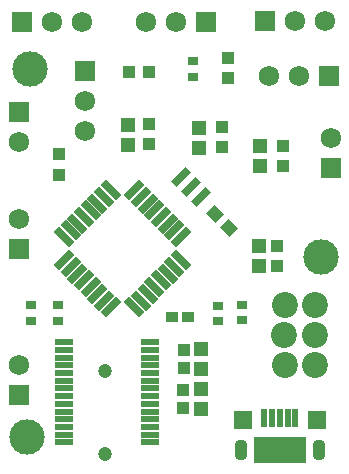
<source format=gbr>
G04 DipTrace 3.3.1.3*
G04 TopMask.gbr*
%MOIN*%
G04 #@! TF.FileFunction,Soldermask,Top*
G04 #@! TF.Part,Single*
%AMOUTLINE1*
4,1,4,
-0.016703,-0.036195,
-0.036195,-0.016703,
0.016703,0.036195,
0.036195,0.016703,
-0.016703,-0.036195,
0*%
%AMOUTLINE4*
4,1,4,
-0.036195,0.016703,
-0.016703,0.036195,
0.036195,-0.016703,
0.016703,-0.036195,
-0.036195,0.016703,
0*%
%AMOUTLINE6*
4,1,4,
-0.017717,0.01378,
-0.017717,-0.01378,
0.017717,-0.01378,
0.017717,0.01378,
-0.017717,0.01378,
0*%
%AMOUTLINE7*
4,1,4,
-0.029231,0.001392,
0.001392,-0.029231,
0.029231,-0.001392,
-0.001392,0.029231,
-0.029231,0.001392,
0*%
%AMOUTLINE8*
4,1,4,
0.017717,-0.01378,
0.017717,0.01378,
-0.017717,0.01378,
-0.017717,-0.01378,
0.017717,-0.01378,
0*%
%AMOUTLINE11*
4,1,4,
0.019685,-0.021654,
0.019685,0.021654,
-0.019685,0.021654,
-0.019685,-0.021654,
0.019685,-0.021654,
0*%
%AMOUTLINE12*
4,1,4,
-0.019685,0.021654,
-0.019685,-0.021654,
0.019685,-0.021654,
0.019685,0.021654,
-0.019685,0.021654,
0*%
%AMOUTLINE13*
4,1,4,
0.021654,0.019685,
-0.021654,0.019685,
-0.021654,-0.019685,
0.021654,-0.019685,
0.021654,0.019685,
0*%
%AMOUTLINE15*
4,1,4,
-0.03144,-0.01079,
-0.03144,0.01079,
0.03144,0.01079,
0.03144,-0.01079,
-0.03144,-0.01079,
0*%
%AMOUTLINE17*
4,1,4,
0.033407,0.01392,
0.01392,0.033407,
-0.033407,-0.01392,
-0.01392,-0.033407,
0.033407,0.01392,
0*%
%ADD41C,0.047244*%
%ADD42C,0.11811*%
%ADD49R,0.023628X0.06103*%
%ADD51R,0.062998X0.062998*%
%ADD53R,0.177171X0.08662*%
%ADD55O,0.043313X0.070872*%
%ADD57R,0.043313X0.035439*%
%ADD59R,0.039376X0.039376*%
%ADD61R,0.04725X0.051187*%
%ADD63C,0.08662*%
%ADD65C,0.06788*%
%ADD67R,0.06788X0.06788*%
%ADD71OUTLINE1*%
%ADD74OUTLINE4*%
%ADD76OUTLINE6*%
%ADD77OUTLINE7*%
%ADD78OUTLINE8*%
%ADD81OUTLINE11*%
%ADD82OUTLINE12*%
%ADD83OUTLINE13*%
%ADD85OUTLINE15*%
%ADD87OUTLINE17*%
%FSLAX26Y26*%
G04*
G70*
G90*
G75*
G01*
G04 TopMask*
%LPD*%
D67*
X466641Y1583336D3*
D65*
Y1483336D3*
D67*
X477976Y1881722D3*
D65*
X577976D3*
X677976D3*
D67*
X466504Y638642D3*
D65*
Y738642D3*
D71*
X1008124Y1166073D3*
X985852Y1188344D3*
X963582Y1210616D3*
X941310Y1232886D3*
X919040Y1255158D3*
X896768Y1277428D3*
X874498Y1299700D3*
X852226Y1321970D3*
D74*
X774277D3*
X752007Y1299700D3*
X729735Y1277428D3*
X707464Y1255158D3*
X685193Y1232886D3*
X662922Y1210616D3*
X640651Y1188344D3*
X618380Y1166073D3*
D71*
Y1088125D3*
X640651Y1065854D3*
X662922Y1043582D3*
X685193Y1021312D3*
X707464Y999040D3*
X729735Y976770D3*
X752007Y954498D3*
X774277Y932228D3*
D74*
X852226D3*
X874498Y954498D3*
X896768Y976770D3*
X919040Y999040D3*
X941310Y1021312D3*
X963582Y1043582D3*
X985852Y1065854D3*
X1008124Y1088125D3*
D76*
X598453Y886751D3*
Y937932D3*
D77*
X1167941Y1194590D3*
X1120616Y1241915D3*
D78*
X1212776Y939209D3*
Y888028D3*
X1129833Y936987D3*
Y885806D3*
D76*
X1049109Y1700637D3*
Y1751818D3*
D67*
X1289764Y1884823D3*
D65*
X1389764D3*
X1489764D3*
D41*
X755993Y443460D3*
Y719050D3*
D67*
X1091452Y1883432D3*
D65*
X991452D3*
X891452D3*
D67*
X1502691Y1702241D3*
D65*
X1402691D3*
X1302691D3*
D67*
X689204Y1720235D3*
D65*
Y1620235D3*
Y1520235D3*
D63*
X1453294Y939477D3*
X1453924Y840856D3*
X1453846Y740855D3*
X1353531Y940225D3*
X1352783Y840894D3*
X1353373Y740225D3*
D81*
X1164420Y1763836D3*
Y1696907D3*
D61*
X832562Y1540893D3*
Y1473964D3*
X1272150Y1469938D3*
Y1403008D3*
X1069327Y1530478D3*
Y1463549D3*
X1267187Y1135835D3*
Y1068906D3*
D59*
X1019662Y788788D3*
Y729733D3*
X1014566Y656444D3*
Y597389D3*
D78*
X507048Y937976D3*
Y886794D3*
D81*
X600854Y1441351D3*
Y1374422D3*
D82*
X1348561Y1403351D3*
Y1470280D3*
D81*
X901371Y1542485D3*
Y1475556D3*
X1143843Y1531735D3*
Y1464806D3*
X1329208Y1136371D3*
Y1069441D3*
D83*
X835309Y1715398D3*
X902238D3*
D61*
X1076382Y726991D3*
Y793920D3*
X1075863Y592015D3*
Y658944D3*
D57*
X979729Y898482D3*
X1030910D3*
D85*
X905586Y814776D3*
Y789186D3*
Y763595D3*
Y738004D3*
Y712414D3*
Y686823D3*
Y661233D3*
Y610052D3*
Y635642D3*
Y584461D3*
Y558871D3*
Y533280D3*
Y507690D3*
Y482099D3*
X617712Y814776D3*
Y789186D3*
Y763595D3*
Y738004D3*
Y712414D3*
Y686823D3*
Y661233D3*
Y635642D3*
Y610052D3*
Y584461D3*
Y558871D3*
Y533280D3*
Y507690D3*
Y482099D3*
D55*
X1467267Y456724D3*
X1207527Y456850D3*
D53*
X1337314Y457154D3*
D51*
X1215582Y554871D3*
X1460144Y554926D3*
D49*
X1388802Y563447D3*
X1363212D3*
X1337621D3*
X1312031D3*
X1286440D3*
D67*
X1507031Y1397793D3*
D65*
Y1497793D3*
D87*
X1009502Y1366111D3*
X1042909Y1332704D3*
X1076315Y1299297D3*
D67*
X469140Y1125085D3*
D65*
Y1225085D3*
D42*
X494480Y498364D3*
X1475641Y1100489D3*
X505884Y1724829D3*
M02*

</source>
